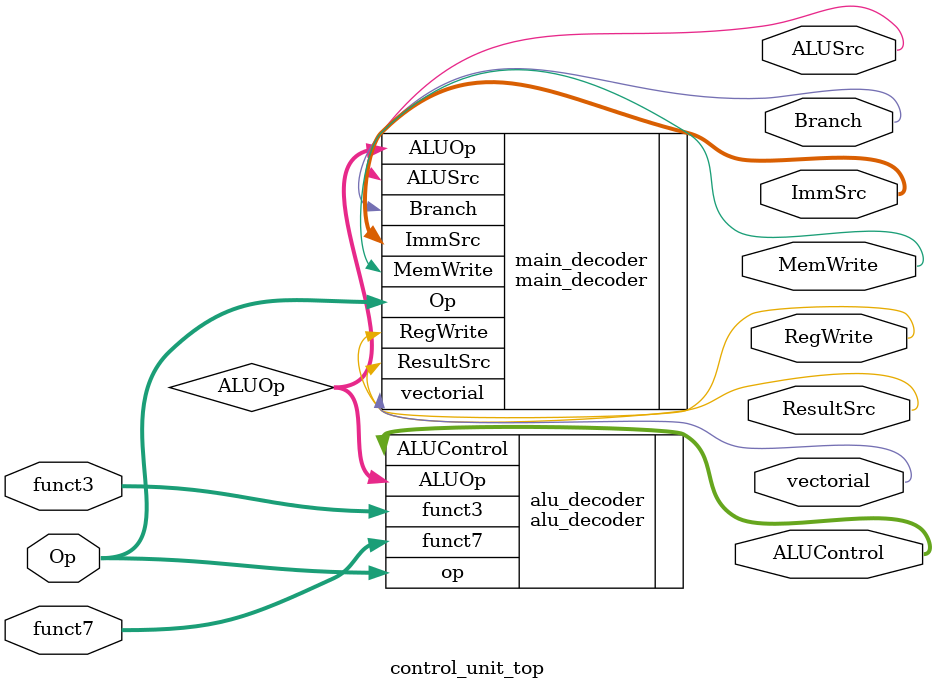
<source format=sv>
module control_unit_top(Op,RegWrite,ImmSrc,ALUSrc,MemWrite,ResultSrc,Branch,funct3,funct7,ALUControl,vectorial);

    input [3:0]Op; // ajustado
	input [6:0]funct7; // ajustado
    input [2:0]funct3; // ajustado
    output RegWrite,ALUSrc,MemWrite,ResultSrc,Branch,vectorial;
    output [1:0]ImmSrc; // ajustado
    output [2:0]ALUControl; // ajustado

    wire [1:0]ALUOp;

    main_decoder main_decoder(
                .Op(Op),
                .RegWrite(RegWrite),
                .ImmSrc(ImmSrc),
                .MemWrite(MemWrite),
                .ResultSrc(ResultSrc),
                .Branch(Branch),
                .ALUSrc(ALUSrc),
                .ALUOp(ALUOp),
                .vectorial(vectorial)
    );

    alu_decoder alu_decoder(
                            .ALUOp(ALUOp),
                            .funct3(funct3),
                            .funct7(funct7),
                            .op(Op),
                            .ALUControl(ALUControl)
    );


endmodule
</source>
